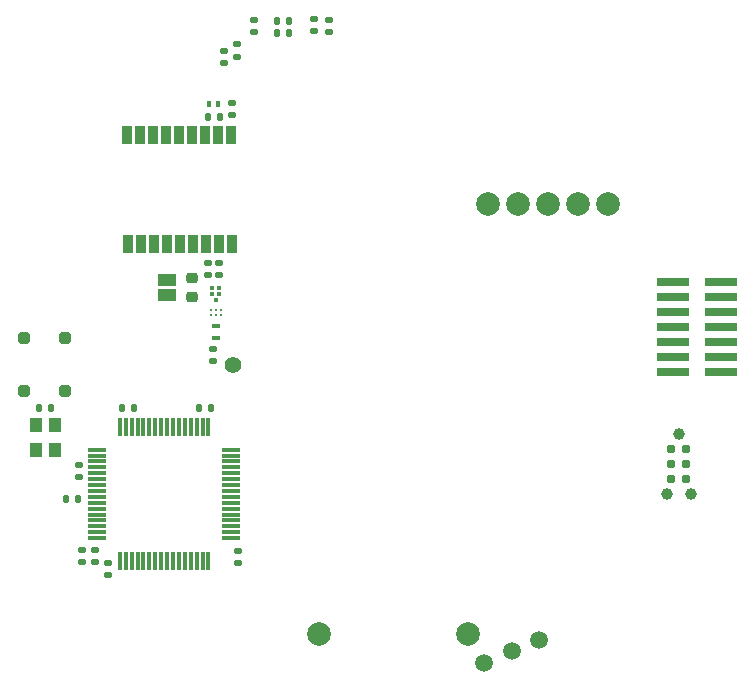
<source format=gbr>
%TF.GenerationSoftware,KiCad,Pcbnew,9.0.0*%
%TF.CreationDate,2025-02-26T14:49:23+01:00*%
%TF.ProjectId,relativeGPS,72656c61-7469-4766-9547-50532e6b6963,rev?*%
%TF.SameCoordinates,Original*%
%TF.FileFunction,Soldermask,Bot*%
%TF.FilePolarity,Negative*%
%FSLAX46Y46*%
G04 Gerber Fmt 4.6, Leading zero omitted, Abs format (unit mm)*
G04 Created by KiCad (PCBNEW 9.0.0) date 2025-02-26 14:49:23*
%MOMM*%
%LPD*%
G01*
G04 APERTURE LIST*
G04 Aperture macros list*
%AMRoundRect*
0 Rectangle with rounded corners*
0 $1 Rounding radius*
0 $2 $3 $4 $5 $6 $7 $8 $9 X,Y pos of 4 corners*
0 Add a 4 corners polygon primitive as box body*
4,1,4,$2,$3,$4,$5,$6,$7,$8,$9,$2,$3,0*
0 Add four circle primitives for the rounded corners*
1,1,$1+$1,$2,$3*
1,1,$1+$1,$4,$5*
1,1,$1+$1,$6,$7*
1,1,$1+$1,$8,$9*
0 Add four rect primitives between the rounded corners*
20,1,$1+$1,$2,$3,$4,$5,0*
20,1,$1+$1,$4,$5,$6,$7,0*
20,1,$1+$1,$6,$7,$8,$9,0*
20,1,$1+$1,$8,$9,$2,$3,0*%
G04 Aperture macros list end*
%ADD10C,1.500000*%
%ADD11C,1.400000*%
%ADD12C,2.000000*%
%ADD13RoundRect,0.135000X0.185000X-0.135000X0.185000X0.135000X-0.185000X0.135000X-0.185000X-0.135000X0*%
%ADD14RoundRect,0.135000X-0.135000X-0.185000X0.135000X-0.185000X0.135000X0.185000X-0.135000X0.185000X0*%
%ADD15RoundRect,0.135000X-0.185000X0.135000X-0.185000X-0.135000X0.185000X-0.135000X0.185000X0.135000X0*%
%ADD16R,2.790000X0.740000*%
%ADD17RoundRect,0.135000X0.135000X0.185000X-0.135000X0.185000X-0.135000X-0.185000X0.135000X-0.185000X0*%
%ADD18RoundRect,0.250000X0.250000X-0.250000X0.250000X0.250000X-0.250000X0.250000X-0.250000X-0.250000X0*%
%ADD19R,0.400000X0.500000*%
%ADD20RoundRect,0.225000X0.250000X-0.225000X0.250000X0.225000X-0.250000X0.225000X-0.250000X-0.225000X0*%
%ADD21R,0.375000X0.300000*%
%ADD22R,1.500000X1.000000*%
%ADD23R,1.100000X1.300000*%
%ADD24R,0.660000X0.410000*%
%ADD25R,0.900000X1.600000*%
%ADD26C,0.991000*%
%ADD27C,0.787000*%
%ADD28R,0.250000X0.250000*%
%ADD29RoundRect,0.075000X-0.700000X-0.075000X0.700000X-0.075000X0.700000X0.075000X-0.700000X0.075000X0*%
%ADD30RoundRect,0.075000X-0.075000X-0.700000X0.075000X-0.700000X0.075000X0.700000X-0.075000X0.700000X0*%
G04 APERTURE END LIST*
D10*
%TO.C,SW1*%
X107708353Y-125246951D03*
X110055007Y-124274935D03*
X112401661Y-123302919D03*
%TD*%
D11*
%TO.C,ANT1*%
X86415000Y-100015000D03*
%TD*%
D12*
%TO.C,U10*%
X118230000Y-86400000D03*
X115690000Y-86400000D03*
X113150000Y-86400000D03*
X110610000Y-86400000D03*
X108070000Y-86400000D03*
%TD*%
D13*
%TO.C,R15*%
X85700000Y-74500000D03*
X85700000Y-73480000D03*
%TD*%
D14*
%TO.C,C6*%
X84300000Y-79000000D03*
X85320000Y-79000000D03*
%TD*%
D15*
%TO.C,C35*%
X86900000Y-115780000D03*
X86900000Y-116800000D03*
%TD*%
D13*
%TO.C,R6*%
X84300000Y-92410000D03*
X84300000Y-91390000D03*
%TD*%
D14*
%TO.C,C28*%
X69999999Y-103700000D03*
X71019999Y-103700000D03*
%TD*%
D16*
%TO.C,CN1*%
X123680000Y-100660000D03*
X127750000Y-100660000D03*
X123680000Y-99390000D03*
X127750000Y-99390000D03*
X123680000Y-98120000D03*
X127750000Y-98120000D03*
X123680000Y-96850000D03*
X127750000Y-96850000D03*
X123680000Y-95580000D03*
X127750000Y-95580000D03*
X123680000Y-94310000D03*
X127750000Y-94310000D03*
X123680000Y-93040000D03*
X127750000Y-93040000D03*
%TD*%
D17*
%TO.C,C34*%
X84610000Y-103700000D03*
X83590000Y-103700000D03*
%TD*%
D15*
%TO.C,R11*%
X93300000Y-70780000D03*
X93300000Y-71800000D03*
%TD*%
D18*
%TO.C,SW4*%
X72250000Y-102250000D03*
X72250000Y-97750000D03*
X68750000Y-102250000D03*
X68750000Y-97750000D03*
%TD*%
D19*
%TO.C,L3*%
X85200000Y-77900000D03*
X84400000Y-77900000D03*
%TD*%
D13*
%TO.C,C4*%
X85300000Y-92420000D03*
X85300000Y-91400000D03*
%TD*%
D20*
%TO.C,R2*%
X83000000Y-94250000D03*
X83000000Y-92700000D03*
%TD*%
D17*
%TO.C,C33*%
X78110000Y-103700000D03*
X77090000Y-103700000D03*
%TD*%
D15*
%TO.C,C31*%
X74800000Y-115690000D03*
X74800000Y-116710000D03*
%TD*%
%TO.C,C32*%
X73400000Y-108490000D03*
X73400000Y-109510000D03*
%TD*%
%TO.C,R13*%
X86800000Y-72900000D03*
X86800000Y-73920000D03*
%TD*%
D21*
%TO.C,U5*%
X84987500Y-94500000D03*
X84700000Y-94000000D03*
X84700000Y-93500000D03*
X85275000Y-93500000D03*
X85275000Y-94000000D03*
%TD*%
D22*
%TO.C,CN2*%
X80900000Y-92850000D03*
X80900000Y-94150000D03*
%TD*%
D13*
%TO.C,C1*%
X84800000Y-99720000D03*
X84800000Y-98700000D03*
%TD*%
D15*
%TO.C,C36*%
X73700000Y-115690000D03*
X73700000Y-116710000D03*
%TD*%
D23*
%TO.C,U12*%
X71425000Y-105150000D03*
X71425000Y-107250000D03*
X69775000Y-107250000D03*
X69775000Y-105150000D03*
%TD*%
D24*
%TO.C,L1*%
X85000000Y-97710000D03*
X85000000Y-96700000D03*
%TD*%
D12*
%TO.C,B7*%
X106350000Y-122850000D03*
X93700000Y-122850000D03*
%TD*%
D14*
%TO.C,C26*%
X90190000Y-70900000D03*
X91210000Y-70900000D03*
%TD*%
D15*
%TO.C,R12*%
X94600000Y-70800000D03*
X94600000Y-71820000D03*
%TD*%
D25*
%TO.C,U6*%
X77500000Y-80600000D03*
X78600000Y-80600000D03*
X79700000Y-80600000D03*
X80800000Y-80600000D03*
X81900000Y-80600000D03*
X83000000Y-80600000D03*
X84100000Y-80600000D03*
X85200000Y-80600000D03*
X86300000Y-80600000D03*
X86400000Y-89800000D03*
X85300000Y-89800000D03*
X84200000Y-89800000D03*
X83100000Y-89800000D03*
X82000000Y-89800000D03*
X80900000Y-89800000D03*
X79800000Y-89800000D03*
X78700000Y-89800000D03*
X77600000Y-89800000D03*
%TD*%
D26*
%TO.C,CN3*%
X124185000Y-105860000D03*
X125201000Y-110940000D03*
X123169000Y-110940000D03*
D27*
X124820000Y-107130000D03*
X123550000Y-107130000D03*
X124820000Y-108400000D03*
X123550000Y-108400000D03*
X124820000Y-109670000D03*
X123550000Y-109670000D03*
%TD*%
D17*
%TO.C,C29*%
X73300000Y-111400000D03*
X72280000Y-111400000D03*
%TD*%
D15*
%TO.C,C5*%
X86400000Y-77890000D03*
X86400000Y-78910000D03*
%TD*%
%TO.C,R14*%
X88200000Y-70790000D03*
X88200000Y-71810000D03*
%TD*%
%TO.C,C17*%
X75900000Y-116790000D03*
X75900000Y-117810000D03*
%TD*%
D14*
%TO.C,C27*%
X90190000Y-71900000D03*
X91210000Y-71900000D03*
%TD*%
D28*
%TO.C,U3*%
X84600000Y-95400000D03*
X85000000Y-95400000D03*
X85400000Y-95400000D03*
X85400000Y-95800000D03*
X85000000Y-95800000D03*
X84600000Y-95800000D03*
%TD*%
D29*
%TO.C,U11*%
X74950000Y-114700000D03*
X74950000Y-114200000D03*
X74950000Y-113700000D03*
X74950000Y-113200000D03*
X74950000Y-112700000D03*
X74950000Y-112200000D03*
X74950000Y-111700000D03*
X74950000Y-111200000D03*
X74950000Y-110700000D03*
X74950000Y-110200000D03*
X74950000Y-109700000D03*
X74950000Y-109200000D03*
X74950000Y-108700000D03*
X74950000Y-108200000D03*
X74950000Y-107700000D03*
X74950000Y-107200000D03*
D30*
X76875000Y-105275000D03*
X77375000Y-105275000D03*
X77875000Y-105275000D03*
X78375000Y-105275000D03*
X78875000Y-105275000D03*
X79375000Y-105275000D03*
X79875000Y-105275000D03*
X80375000Y-105275000D03*
X80875000Y-105275000D03*
X81375000Y-105275000D03*
X81875000Y-105275000D03*
X82375000Y-105275000D03*
X82875000Y-105275000D03*
X83375000Y-105275000D03*
X83875000Y-105275000D03*
X84375000Y-105275000D03*
D29*
X86300000Y-107200000D03*
X86300000Y-107700000D03*
X86300000Y-108200000D03*
X86300000Y-108700000D03*
X86300000Y-109200000D03*
X86300000Y-109700000D03*
X86300000Y-110200000D03*
X86300000Y-110700000D03*
X86300000Y-111200000D03*
X86300000Y-111700000D03*
X86300000Y-112200000D03*
X86300000Y-112700000D03*
X86300000Y-113200000D03*
X86300000Y-113700000D03*
X86300000Y-114200000D03*
X86300000Y-114700000D03*
D30*
X84375000Y-116625000D03*
X83875000Y-116625000D03*
X83375000Y-116625000D03*
X82875000Y-116625000D03*
X82375000Y-116625000D03*
X81875000Y-116625000D03*
X81375000Y-116625000D03*
X80875000Y-116625000D03*
X80375000Y-116625000D03*
X79875000Y-116625000D03*
X79375000Y-116625000D03*
X78875000Y-116625000D03*
X78375000Y-116625000D03*
X77875000Y-116625000D03*
X77375000Y-116625000D03*
X76875000Y-116625000D03*
%TD*%
M02*

</source>
